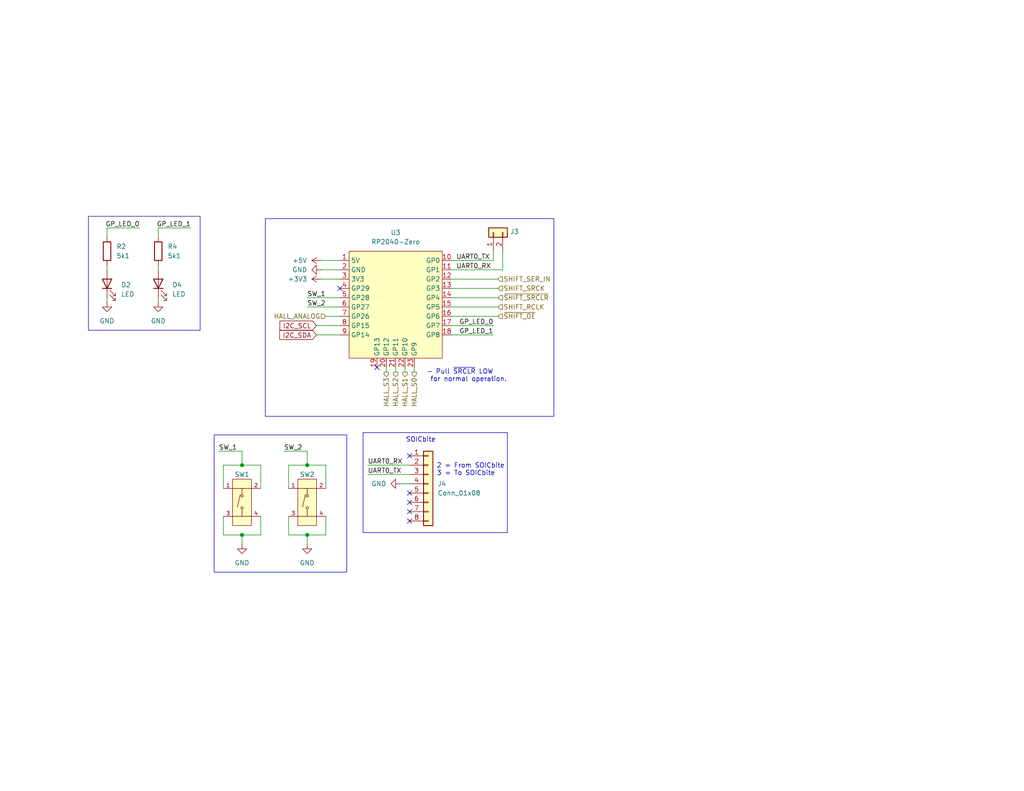
<source format=kicad_sch>
(kicad_sch (version 20250114) (generator "eeschema") (generator_version "9.0")
  (paper "USLetter")
  (title_block (title "Braille Cam Rod Prototype (Type 4)") (date "2025-02-03") (rev "Rev 2"))
  (lib_symbols
    (symbol "00-lib-symbols:RP2040-Zero"
      (property "Reference" "U" (at 0 0 0))
      (property "Value" "RP2040-Zero" (at 0 8.89 0))
      (symbol "RP2040-Zero_0_1"
        (rectangle (start -12.7 7.62) (end 12.7 -21.59) (fill (type background)))
      )
      (symbol "RP2040-Zero_1_1"
        (pin power_in line (at -15.24 5.08 0) (length 2.54) (name "5V") (number "1"))
        (pin power_in line (at -15.24 2.54 0) (length 2.54) (name "GND") (number "2"))
        (pin power_in line (at -15.24 0 0) (length 2.54) (name "3V3") (number "3"))
        (pin bidirectional line (at -15.24 -2.54 0) (length 2.54) (name "GP29") (number "4"))
        (pin bidirectional line (at -15.24 -5.08 0) (length 2.54) (name "GP28") (number "5"))
        (pin bidirectional line (at -15.24 -7.62 0) (length 2.54) (name "GP27") (number "6"))
        (pin bidirectional line (at -15.24 -10.16 0) (length 2.54) (name "GP26") (number "7"))
        (pin bidirectional line (at -15.24 -12.7 0) (length 2.54) (name "GP15") (number "8"))
        (pin bidirectional line (at -15.24 -15.24 0) (length 2.54) (name "GP14") (number "9"))
        (pin bidirectional line (at -5.08 -24.13 90) (length 2.54) (name "GP13") (number "19"))
        (pin bidirectional line (at -2.54 -24.13 90) (length 2.54) (name "GP12") (number "20"))
        (pin bidirectional line (at 0 -24.13 90) (length 2.54) (name "GP11") (number "21"))
        (pin bidirectional line (at 2.54 -24.13 90) (length 2.54) (name "GP10") (number "22"))
        (pin bidirectional line (at 5.08 -24.13 90) (length 2.54) (name "GP9") (number "23"))
        (pin bidirectional line (at 15.24 5.08 180) (length 2.54) (name "GP0") (number "10"))
        (pin bidirectional line (at 15.24 2.54 180) (length 2.54) (name "GP1") (number "11"))
        (pin bidirectional line (at 15.24 0 180) (length 2.54) (name "GP2") (number "12"))
        (pin bidirectional line (at 15.24 -2.54 180) (length 2.54) (name "GP3") (number "13"))
        (pin bidirectional line (at 15.24 -5.08 180) (length 2.54) (name "GP4") (number "14"))
        (pin bidirectional line (at 15.24 -7.62 180) (length 2.54) (name "GP5") (number "15"))
        (pin bidirectional line (at 15.24 -10.16 180) (length 2.54) (name "GP6") (number "16"))
        (pin bidirectional line (at 15.24 -12.7 180) (length 2.54) (name "GP7") (number "17"))
        (pin bidirectional line (at 15.24 -15.24 180) (length 2.54) (name "GP8") (number "18"))
      )
    )
    (symbol "Connector_Generic:Conn_01x02" (pin_names (offset 1.016) (hide yes))
      (property "Reference" "J" (at 0 2.54 0))
      (property "Value" "Conn_01x02" (at 0 -5.08 0))
      (symbol "Conn_01x02_1_1"
        (rectangle (start -1.27 1.27) (end 1.27 -3.81) (stroke (width 0.254)) (fill (type background)))
        (rectangle (start -1.27 0.127) (end 0 -0.127) (stroke (width 0.1524)))
        (rectangle (start -1.27 -2.413) (end 0 -2.667) (stroke (width 0.1524)))
        (pin passive line (at -5.08 0 0) (length 3.81) (name "Pin_1") (number "1"))
        (pin passive line (at -5.08 -2.54 0) (length 3.81) (name "Pin_2") (number "2"))
      )
    )
    (symbol "Connector_Generic:Conn_01x08" (pin_names (offset 1.016) (hide yes))
      (property "Reference" "J" (at 0 10.16 0))
      (property "Value" "Conn_01x08" (at 0 -12.7 0))
      (symbol "Conn_01x08_1_1"
        (rectangle (start -1.27 8.89) (end 1.27 -11.43) (stroke (width 0.254)) (fill (type background)))
        (rectangle (start -1.27 7.747) (end 0 7.493) (stroke (width 0.1524)))
        (rectangle (start -1.27 5.207) (end 0 4.953) (stroke (width 0.1524)))
        (rectangle (start -1.27 2.667) (end 0 2.413) (stroke (width 0.1524)))
        (rectangle (start -1.27 0.127) (end 0 -0.127) (stroke (width 0.1524)))
        (rectangle (start -1.27 -2.413) (end 0 -2.667) (stroke (width 0.1524)))
        (rectangle (start -1.27 -4.953) (end 0 -5.207) (stroke (width 0.1524)))
        (rectangle (start -1.27 -7.493) (end 0 -7.747) (stroke (width 0.1524)))
        (rectangle (start -1.27 -10.033) (end 0 -10.287) (stroke (width 0.1524)))
        (pin passive line (at -5.08 7.62 0) (length 3.81) (name "Pin_1") (number "1"))
        (pin passive line (at -5.08 5.08 0) (length 3.81) (name "Pin_2") (number "2"))
        (pin passive line (at -5.08 2.54 0) (length 3.81) (name "Pin_3") (number "3"))
        (pin passive line (at -5.08 0 0) (length 3.81) (name "Pin_4") (number "4"))
        (pin passive line (at -5.08 -2.54 0) (length 3.81) (name "Pin_5") (number "5"))
        (pin passive line (at -5.08 -5.08 0) (length 3.81) (name "Pin_6") (number "6"))
        (pin passive line (at -5.08 -7.62 0) (length 3.81) (name "Pin_7") (number "7"))
        (pin passive line (at -5.08 -10.16 0) (length 3.81) (name "Pin_8") (number "8"))
      )
    )
    (symbol "Device:LED" (pin_numbers (hide yes)) (pin_names (offset 1.016) (hide yes))
      (property "Reference" "D" (at 0 2.54 0))
      (property "Value" "LED" (at 0 -2.54 0))
      (symbol "LED_0_1"
        (polyline (pts (xy -3.048 -0.762) (xy -4.572 -2.286) (xy -3.81 -2.286) (xy -4.572 -2.286) (xy -4.572 -1.524)))
        (polyline (pts (xy -1.778 -0.762) (xy -3.302 -2.286) (xy -2.54 -2.286) (xy -3.302 -2.286) (xy -3.302 -1.524)))
        (polyline (pts (xy -1.27 0) (xy 1.27 0)))
        (polyline (pts (xy -1.27 -1.27) (xy -1.27 1.27)) (stroke (width 0.254)))
        (polyline (pts (xy 1.27 -1.27) (xy 1.27 1.27) (xy -1.27 0) (xy 1.27 -1.27)) (stroke (width 0.254)))
      )
      (symbol "LED_1_1"
        (pin passive line (at -3.81 0 0) (length 2.54) (name "K") (number "1"))
        (pin passive line (at 3.81 0 180) (length 2.54) (name "A") (number "2"))
      )
    )
    (symbol "Device:R" (pin_numbers (hide yes)) (pin_names (offset 0))
      (property "Reference" "R" (at 2.032 0 90))
      (property "Value" "R" (at 0 0 90))
      (symbol "R_0_1"
        (rectangle (start -1.016 -2.54) (end 1.016 2.54) (stroke (width 0.254)))
      )
      (symbol "R_1_1"
        (pin passive line (at 0 3.81 270) (length 1.27) (name "~") (number "1"))
        (pin passive line (at 0 -3.81 90) (length 1.27) (name "~") (number "2"))
      )
    )
    (symbol "PCM_JLCPCB-Connectors_Buttons:Tactile Button, 160gf" (pin_names (hide yes))
      (property "Reference" "S" (at 0 1.27 0))
      (property "Value" "Tactile Button, 160gf" (at 0 -8.89 0))
      (symbol "Tactile Button, 160gf_0_1"
        (polyline (pts (xy -2.54 2.54) (xy 2.54 2.54)))
        (polyline (pts (xy -2.54 -5.08) (xy 2.54 -5.08)))
        (polyline (pts (xy -0.508 0.762) (xy -1.27 -2.54)))
        (polyline (pts (xy 0 0.762) (xy 0 2.54)))
        (circle (center 0 0.508) (radius 0.3175) (fill (type background)))
        (circle (center 0 -2.794) (radius 0.3175) (fill (type background)))
        (polyline (pts (xy 0 -3.302) (xy 0 -5.08)))
        (pin unspecified line (at -5.08 2.54 0) (length 2.54) (name "A") (number "1"))
        (pin unspecified line (at -5.08 -5.08 0) (length 2.54) (name "C") (number "3"))
        (pin unspecified line (at 5.08 2.54 180) (length 2.54) (name "B") (number "2"))
        (pin unspecified line (at 5.08 -5.08 180) (length 2.54) (name "D") (number "4"))
      )
      (symbol "Tactile Button, 160gf_1_1"
        (rectangle (start -2.54 5.08) (end 2.54 -7.62) (fill (type background)))
      )
    )
    (symbol "power:+3V3" (power) (pin_numbers (hide yes)) (pin_names (offset 0) (hide yes))
      (property "Value" "+3V3" (at 0 3.556 0))
      (symbol "+3V3_0_1"
        (polyline (pts (xy -0.762 1.27) (xy 0 2.54)))
        (polyline (pts (xy 0 2.54) (xy 0.762 1.27)))
        (polyline (pts (xy 0 0) (xy 0 2.54)))
      )
      (symbol "+3V3_1_1"
        (pin power_in line (at 0 0 90) (length 0) (name "~") (number "1"))
      )
    )
    (symbol "power:+5V" (power) (pin_numbers (hide yes)) (pin_names (offset 0) (hide yes))
      (property "Value" "+5V" (at 0 3.556 0))
      (symbol "+5V_0_1"
        (polyline (pts (xy -0.762 1.27) (xy 0 2.54)))
        (polyline (pts (xy 0 2.54) (xy 0.762 1.27)))
        (polyline (pts (xy 0 0) (xy 0 2.54)))
      )
      (symbol "+5V_1_1"
        (pin power_in line (at 0 0 90) (length 0) (name "~") (number "1"))
      )
    )
    (symbol "power:GND" (power) (pin_numbers (hide yes)) (pin_names (offset 0) (hide yes))
      (property "Value" "GND" (at 0 -3.81 0))
      (symbol "GND_0_1"
        (polyline (pts (xy 0 0) (xy 0 -1.27) (xy 1.27 -1.27) (xy 0 -2.54) (xy -1.27 -1.27) (xy 0 -1.27)))
      )
      (symbol "GND_1_1"
        (pin power_in line (at 0 0 270) (length 0) (name "~") (number "1"))
      )
    )
  )
  (rectangle (start 99.06 118.11) (end 138.43 145.415))
  (rectangle (start 58.42 118.745) (end 94.615 156.21))
  (rectangle (start 72.39 59.69) (end 151.13 113.665))
  (rectangle (start 24.13 59.055) (end 54.61 90.17))
  (text "SOICbite" (at 114.808 120.142 0) (effects (font (size 1.27 1.27))))
  (text "2 = From SOICbite\n3 = To SOICbite" (at 119.126 128.27 0) (effects (font (size 1.27 1.27)) (justify left)))
  (text "- Pull ~{SRCLR} LOW\n	for normal operation." (at 125.476 102.616 0) (effects (font (size 1.27 1.27))))
  (junction (at 66.04 127))
  (junction (at 83.82 146.05))
  (junction (at 83.82 127))
  (junction (at 66.04 146.05))
  (no_connect (at 111.76 139.7))
  (no_connect (at 111.76 124.46))
  (no_connect (at 111.76 137.16))
  (no_connect (at 102.87 100.33))
  (no_connect (at 92.71 78.74))
  (no_connect (at 111.76 142.24))
  (no_connect (at 111.76 134.62))
  (wire (pts (xy 109.22 132.08) (xy 111.76 132.08)))
  (wire (pts (xy 83.82 83.82) (xy 92.71 83.82)))
  (wire (pts (xy 66.04 148.59) (xy 66.04 146.05)))
  (wire (pts (xy 60.96 140.97) (xy 60.96 146.05)))
  (wire (pts (xy 88.9 146.05) (xy 83.82 146.05)))
  (wire (pts (xy 77.47 123.19) (xy 83.82 123.19)))
  (wire (pts (xy 88.9 86.36) (xy 92.71 86.36)))
  (wire (pts (xy 83.82 148.59) (xy 83.82 146.05)))
  (wire (pts (xy 88.9 140.97) (xy 88.9 146.05)))
  (wire (pts (xy 86.36 91.44) (xy 92.71 91.44)))
  (wire (pts (xy 100.33 129.54) (xy 111.76 129.54)))
  (wire (pts (xy 100.33 127) (xy 111.76 127)))
  (wire (pts (xy 29.21 62.23) (xy 29.21 64.77)))
  (wire (pts (xy 66.04 123.19) (xy 66.04 127)))
  (wire (pts (xy 78.74 133.35) (xy 78.74 127)))
  (wire (pts (xy 86.36 88.9) (xy 92.71 88.9)))
  (wire (pts (xy 123.19 71.12) (xy 134.62 71.12)))
  (wire (pts (xy 29.21 73.66) (xy 29.21 72.39)))
  (wire (pts (xy 59.69 123.19) (xy 66.04 123.19)))
  (wire (pts (xy 78.74 146.05) (xy 78.74 140.97)))
  (wire (pts (xy 87.63 73.66) (xy 92.71 73.66)))
  (wire (pts (xy 60.96 146.05) (xy 66.04 146.05)))
  (wire (pts (xy 110.49 100.33) (xy 110.49 101.6)))
  (wire (pts (xy 29.21 81.28) (xy 29.21 82.55)))
  (wire (pts (xy 71.12 133.35) (xy 71.12 127)))
  (wire (pts (xy 107.95 100.33) (xy 107.95 101.6)))
  (wire (pts (xy 123.19 73.66) (xy 137.16 73.66)))
  (wire (pts (xy 123.19 76.2) (xy 135.89 76.2)))
  (wire (pts (xy 113.03 100.33) (xy 113.03 101.6)))
  (wire (pts (xy 43.18 73.66) (xy 43.18 72.39)))
  (wire (pts (xy 71.12 140.97) (xy 71.12 146.05)))
  (wire (pts (xy 43.18 81.28) (xy 43.18 82.55)))
  (wire (pts (xy 88.9 127) (xy 83.82 127)))
  (wire (pts (xy 60.96 127) (xy 66.04 127)))
  (wire (pts (xy 83.82 146.05) (xy 78.74 146.05)))
  (wire (pts (xy 123.19 91.44) (xy 134.62 91.44)))
  (wire (pts (xy 123.19 81.28) (xy 135.89 81.28)))
  (wire (pts (xy 137.16 73.66) (xy 137.16 68.58)))
  (wire (pts (xy 83.82 81.28) (xy 92.71 81.28)))
  (wire (pts (xy 43.18 62.23) (xy 43.18 64.77)))
  (wire (pts (xy 83.82 123.19) (xy 83.82 127)))
  (wire (pts (xy 52.07 62.23) (xy 43.18 62.23)))
  (wire (pts (xy 88.9 133.35) (xy 88.9 127)))
  (wire (pts (xy 87.63 76.2) (xy 92.71 76.2)))
  (wire (pts (xy 78.74 127) (xy 83.82 127)))
  (wire (pts (xy 105.41 100.33) (xy 105.41 101.6)))
  (wire (pts (xy 123.19 86.36) (xy 135.89 86.36)))
  (wire (pts (xy 123.19 88.9) (xy 134.62 88.9)))
  (wire (pts (xy 134.62 71.12) (xy 134.62 68.58)))
  (wire (pts (xy 123.19 78.74) (xy 135.89 78.74)))
  (wire (pts (xy 87.63 71.12) (xy 92.71 71.12)))
  (wire (pts (xy 66.04 146.05) (xy 71.12 146.05)))
  (wire (pts (xy 60.96 133.35) (xy 60.96 127)))
  (wire (pts (xy 38.1 62.23) (xy 29.21 62.23)))
  (wire (pts (xy 123.19 83.82) (xy 135.89 83.82)))
  (wire (pts (xy 71.12 127) (xy 66.04 127)))
  (label "GP_LED_1" (at 52.07 62.23 180))
  (label "GP_LED_0" (at 134.62 88.9 180))
  (label "UART0_RX" (at 124.46 73.66 0))
  (label "SW_2" (at 83.82 83.82 0))
  (label "SW_1" (at 83.82 81.28 0))
  (label "SW_2" (at 77.47 123.19 0))
  (label "SW_1" (at 59.69 123.19 0))
  (label "GP_LED_1" (at 134.62 91.44 180))
  (label "GP_LED_0" (at 38.1 62.23 180))
  (label "UART0_TX" (at 100.33 129.54 0))
  (label "UART0_TX" (at 124.46 71.12 0))
  (label "UART0_RX" (at 100.33 127 0))
  (global_label "I2C_SDA" (shape input) (at 86.36 91.44 180) (property "Intersheetrefs" "${INTERSHEET_REFS}" (effects (hide yes))))
  (global_label "I2C_SCL" (shape input) (at 86.36 88.9 180) (property "Intersheetrefs" "${INTERSHEET_REFS}" (effects (hide yes))))
  (hierarchical_label "HALL_ANALOG" (shape input) (at 88.9 86.36 180))
  (hierarchical_label "SHIFT_SRCK" (shape input) (at 135.89 78.74 0))
  (hierarchical_label "HALL_S3" (shape output) (at 105.41 101.6 270))
  (hierarchical_label "HALL_S2" (shape output) (at 107.95 101.6 270))
  (hierarchical_label "~{SHIFT_OE}" (shape input) (at 135.89 86.36 0))
  (hierarchical_label "SHIFT_RCLK" (shape input) (at 135.89 83.82 0))
  (hierarchical_label "~{SHIFT_SRCLR}" (shape input) (at 135.89 81.28 0))
  (hierarchical_label "HALL_S0" (shape output) (at 113.03 101.6 270))
  (hierarchical_label "SHIFT_SER_IN" (shape input) (at 135.89 76.2 0))
  (hierarchical_label "HALL_S1" (shape output) (at 110.49 101.6 270))
  (symbol (lib_id "00-lib-symbols:RP2040-Zero") (at 107.95 76.2 0) (unit 1)
    (property "Reference" "U3" (at 107.95 63.5 0))
    (property "Value" "RP2040-Zero" (at 107.95 66.04 0))
    (property "Footprint" "00-lib-footprints:RP2040 Zero" (effects (hide yes)))
    (property "Source" "https://github.com/dj505/RP2040-Zero-KiCAD" (effects (hide yes)))
  )
  (symbol (lib_id "power:GND") (at 29.21 82.55 0) (unit 1)
    (property "Reference" "#PWR015" (effects (hide yes)))
    (property "Value" "GND" (at 29.21 87.63 0))
    (property "Description" "Power symbol creates a global label with name \"GND\" , ground" (effects (hide yes)))
  )
  (symbol (lib_id "Device:R") (at 43.18 68.58 0) (unit 1)
    (property "Reference" "R4" (at 45.72 67.3099 0) (effects (justify left)))
    (property "Value" "5k1" (at 45.72 69.8499 0) (effects (justify left)))
    (property "Footprint" "Resistor_SMD:R_0603_1608Metric_Pad0.98x0.95mm_HandSolder" (effects (hide yes)))
    (property "Description" "Resistor" (effects (hide yes)))
  )
  (symbol (lib_id "power:GND") (at 66.04 148.59 0) (unit 1)
    (property "Reference" "#PWR011" (effects (hide yes)))
    (property "Value" "GND" (at 66.04 153.67 0))
    (property "Description" "Power symbol creates a global label with name \"GND\" , ground" (effects (hide yes)))
  )
  (symbol (lib_id "power:GND") (at 83.82 148.59 0) (unit 1)
    (property "Reference" "#PWR012" (effects (hide yes)))
    (property "Value" "GND" (at 83.82 153.67 0))
    (property "Description" "Power symbol creates a global label with name \"GND\" , ground" (effects (hide yes)))
  )
  (symbol (lib_id "Connector_Generic:Conn_01x08") (at 116.84 132.08 0) (unit 1)
    (property "Reference" "J4" (at 119.38 132.0799 0) (effects (justify left)))
    (property "Value" "Conn_01x08" (at 119.38 134.6199 0) (effects (justify left)))
    (property "Footprint" "00-lib-footprints:SOICbite_clipProgSmall" (effects (hide yes)))
    (property "Description" "Generic connector, single row, 01x08, script generated (kicad-library-utils/schlib/autogen/connector/)" (effects (hide yes)))
  )
  (symbol (lib_id "power:+3V3") (at 87.63 76.2 90) (unit 1)
    (property "Reference" "#PWR010" (effects (hide yes)))
    (property "Value" "+3V3" (at 83.82 76.1999 90) (effects (justify left)))
    (property "Description" "Power symbol creates a global label with name \"+3V3\"" (effects (hide yes)))
  )
  (symbol (lib_id "power:+5V") (at 87.63 71.12 90) (mirror x) (unit 1)
    (property "Reference" "#PWR08" (effects (hide yes)))
    (property "Value" "+5V" (at 83.82 71.1199 90) (effects (justify left)))
    (property "Description" "Power symbol creates a global label with name \"+5V\"" (effects (hide yes)))
  )
  (symbol (lib_id "power:GND") (at 87.63 73.66 270) (unit 1)
    (property "Reference" "#PWR09" (effects (hide yes)))
    (property "Value" "GND" (at 83.82 73.6599 90) (effects (justify right)))
    (property "Description" "Power symbol creates a global label with name \"GND\" , ground" (effects (hide yes)))
  )
  (symbol (lib_id "Device:LED") (at 43.18 77.47 90) (unit 1)
    (property "Reference" "D4" (at 46.99 77.7874 90) (effects (justify right)))
    (property "Value" "LED" (at 46.99 80.3274 90) (effects (justify right)))
    (property "Footprint" "LED_SMD:LED_0603_1608Metric_Pad1.05x0.95mm_HandSolder" (effects (hide yes)))
    (property "Description" "Light emitting diode" (effects (hide yes)))
  )
  (symbol (lib_id "PCM_JLCPCB-Connectors_Buttons:Tactile Button, 160gf") (at 83.82 135.89 0) (unit 1)
    (property "Reference" "SW2" (at 83.82 129.54 0))
    (property "Value" "Tactile Button, 160gf" (effects (hide yes)))
    (property "Footprint" "PCM_JLCPCB:SW-SMD_4P-L5.1-W5.1-P3.70-LS6.5-TL-2" (effects (hide yes)))
    (property "Datasheet" "https://www.lcsc.com/datasheet/lcsc_datasheet_2304140030_XKB-Connection-TS-1187A-B-A-B_C318884.pdf" (effects (hide yes)))
    (property "Description" "None Without 50mA 5.1mm 100000 Times 160gf 12V 5.1mm 1.5mm Round Button Standing paste SPST SMD Tactile Switches ROHS" (effects (hide yes)))
    (property "LCSC" "C318884" (effects (hide yes)))
    (property "Stock" "260325" (effects (hide yes)))
    (property "Price" "0.025USD" (effects (hide yes)))
    (property "Process" "SMT" (effects (hide yes)))
    (property "Minimum Qty" "10" (effects (hide yes)))
    (property "Attrition Qty" "5" (effects (hide yes)))
    (property "Class" "Basic Component" (effects (hide yes)))
    (property "Category" "Switches,Tactile Switches" (effects (hide yes)))
    (property "Manufacturer" "XKB Connectivity" (effects (hide yes)))
    (property "Part" "TS-1187A-B-A-B" (effects (hide yes)))
    (property "Switch Length" "5.1mm" (effects (hide yes)))
    (property "Voltage Rating (Dc)" "12V" (effects (hide yes)))
    (property "With Lamp" "No" (effects (hide yes)))
    (property "Operating Force" "160gf" (effects (hide yes)))
    (property "Actuator/Cap Color" "Golden" (effects (hide yes)))
    (property "Mechanical Life" "100000 Times" (effects (hide yes)))
    (property "Strike Gundam" "NO" (effects (hide yes)))
    (property "Circuit" "SPST" (effects (hide yes)))
    (property "Switch Height" "1.5mm" (effects (hide yes)))
    (property "Actuator Style" "Round Button" (effects (hide yes)))
    (property "Switch Width" "5.1mm" (effects (hide yes)))
    (property "Contact Current" "50mA" (effects (hide yes)))
    (property "Operating Temperature" "-30°C~+85°C" (effects (hide yes)))
    (property "Mounting Style" "Brick nogging" (effects (hide yes)))
  )
  (symbol (lib_id "Connector_Generic:Conn_01x02") (at 134.62 63.5 90) (unit 1)
    (property "Reference" "J3" (at 139.192 63.246 90) (effects (justify right)))
    (property "Value" "Conn_01x02" (effects (hide yes)))
    (property "Footprint" "Connector_PinHeader_2.54mm:PinHeader_1x02_P2.54mm_Vertical" (effects (hide yes)))
    (property "Description" "Generic connector, single row, 01x02, script generated (kicad-library-utils/schlib/autogen/connector/)" (effects (hide yes)))
  )
  (symbol (lib_id "Device:R") (at 29.21 68.58 0) (unit 1)
    (property "Reference" "R2" (at 31.75 67.3099 0) (effects (justify left)))
    (property "Value" "5k1" (at 31.75 69.8499 0) (effects (justify left)))
    (property "Footprint" "Resistor_SMD:R_0603_1608Metric_Pad0.98x0.95mm_HandSolder" (effects (hide yes)))
    (property "Description" "Resistor" (effects (hide yes)))
  )
  (symbol (lib_id "power:GND") (at 43.18 82.55 0) (unit 1)
    (property "Reference" "#PWR018" (effects (hide yes)))
    (property "Value" "GND" (at 43.18 87.63 0))
    (property "Description" "Power symbol creates a global label with name \"GND\" , ground" (effects (hide yes)))
  )
  (symbol (lib_id "PCM_JLCPCB-Connectors_Buttons:Tactile Button, 160gf") (at 66.04 135.89 0) (unit 1)
    (property "Reference" "SW1" (at 66.04 129.54 0))
    (property "Value" "Tactile Button, 160gf" (effects (hide yes)))
    (property "Footprint" "PCM_JLCPCB:SW-SMD_4P-L5.1-W5.1-P3.70-LS6.5-TL-2" (effects (hide yes)))
    (property "Datasheet" "https://www.lcsc.com/datasheet/lcsc_datasheet_2304140030_XKB-Connection-TS-1187A-B-A-B_C318884.pdf" (effects (hide yes)))
    (property "Description" "None Without 50mA 5.1mm 100000 Times 160gf 12V 5.1mm 1.5mm Round Button Standing paste SPST SMD Tactile Switches ROHS" (effects (hide yes)))
    (property "LCSC" "C318884" (effects (hide yes)))
    (property "Stock" "260325" (effects (hide yes)))
    (property "Price" "0.025USD" (effects (hide yes)))
    (property "Process" "SMT" (effects (hide yes)))
    (property "Minimum Qty" "10" (effects (hide yes)))
    (property "Attrition Qty" "5" (effects (hide yes)))
    (property "Class" "Basic Component" (effects (hide yes)))
    (property "Category" "Switches,Tactile Switches" (effects (hide yes)))
    (property "Manufacturer" "XKB Connectivity" (effects (hide yes)))
    (property "Part" "TS-1187A-B-A-B" (effects (hide yes)))
    (property "Switch Length" "5.1mm" (effects (hide yes)))
    (property "Voltage Rating (Dc)" "12V" (effects (hide yes)))
    (property "With Lamp" "No" (effects (hide yes)))
    (property "Operating Force" "160gf" (effects (hide yes)))
    (property "Actuator/Cap Color" "Golden" (effects (hide yes)))
    (property "Mechanical Life" "100000 Times" (effects (hide yes)))
    (property "Strike Gundam" "NO" (effects (hide yes)))
    (property "Circuit" "SPST" (effects (hide yes)))
    (property "Switch Height" "1.5mm" (effects (hide yes)))
    (property "Actuator Style" "Round Button" (effects (hide yes)))
    (property "Switch Width" "5.1mm" (effects (hide yes)))
    (property "Contact Current" "50mA" (effects (hide yes)))
    (property "Operating Temperature" "-30°C~+85°C" (effects (hide yes)))
    (property "Mounting Style" "Brick nogging" (effects (hide yes)))
  )
  (symbol (lib_id "Device:LED") (at 29.21 77.47 90) (unit 1)
    (property "Reference" "D2" (at 33.02 77.7874 90) (effects (justify right)))
    (property "Value" "LED" (at 33.02 80.3274 90) (effects (justify right)))
    (property "Footprint" "LED_SMD:LED_0603_1608Metric_Pad1.05x0.95mm_HandSolder" (effects (hide yes)))
    (property "Description" "Light emitting diode" (effects (hide yes)))
  )
  (symbol (lib_id "power:GND") (at 109.22 132.08 270) (unit 1)
    (property "Reference" "#PWR014" (effects (hide yes)))
    (property "Value" "GND" (at 105.41 132.0799 90) (effects (justify right)))
    (property "Description" "Power symbol creates a global label with name \"GND\" , ground" (effects (hide yes)))
  )
)
</source>
